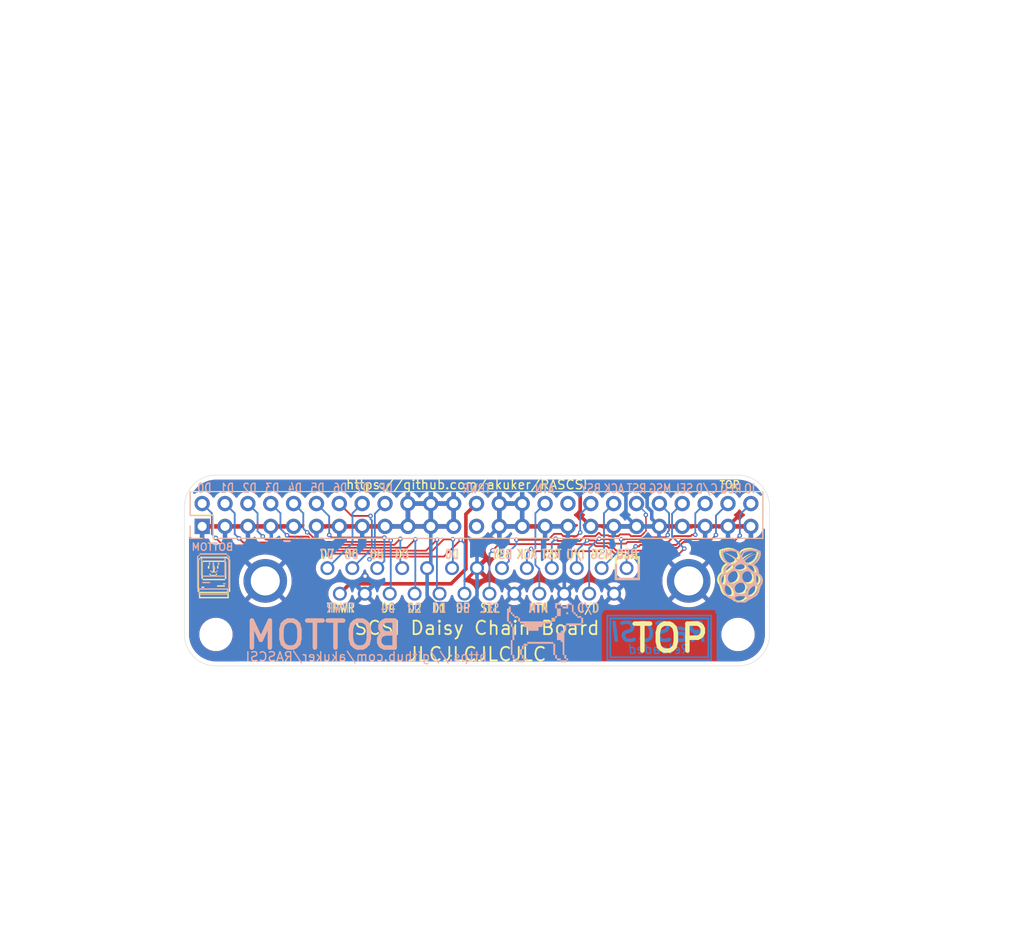
<source format=kicad_pcb>
(kicad_pcb (version 20211014) (generator pcbnew)
  (layers (0 "F.Cu" signal "Top") (31 "B.Cu" signal "Bottom") (34 "B.Paste" user) (35 "F.Paste" user) (36 "B.SilkS" user "B.Silkscreen") (37 "F.SilkS" user "F.Silkscreen") (38 "B.Mask" user) (39 "F.Mask" user) (44 "Edge.Cuts" user))
  (net 0 "")
  (net 1 "GND")
  (net 2 "C-REQ")
  (net 3 "C-MSG")
  (net 4 "C-BSY")
  (net 5 "C-SEL")
  (net 6 "C-RST")
  (net 7 "C-ACK")
  (net 8 "C-ATN")
  (net 9 "C-DP")
  (net 10 "C-D0")
  (net 11 "C-D1")
  (net 12 "C-D2")
  (net 13 "C-D3")
  (net 14 "C-D4")
  (net 15 "C-D5")
  (net 16 "C-D6")
  (net 17 "C-D7")
  (net 18 "C-I_O")
  (net 19 "C-C_D")
  (net 20 "TERMPOW")
  (footprint "Connector_PinHeader_2.54mm:PinHeader_2x25_P2.54mm_Vertical" (layer "F.Cu") (at 176.4665 82.9945 90)
    (fp_text reference "J7")
    (fp_text value "Conn_02x25_Odd_Even")
    (pad "1" thru_hole rect locked (at 0 0 90) (size 1.7 1.7) (drill 1) (layers *.Cu *.Mask) (net 1 "GND"))
    (pad "2" thru_hole oval locked (at 2.54 0 90) (size 1.7 1.7) (drill 1) (layers *.Cu *.Mask) (net 10 "C-D0"))
    (pad "3" thru_hole oval locked (at 0 2.54 90) (size 1.7 1.7) (drill 1) (layers *.Cu *.Mask) (net 1 "GND"))
    (pad "4" thru_hole oval locked (at 2.54 2.54 90) (size 1.7 1.7) (drill 1) (layers *.Cu *.Mask) (net 11 "C-D1"))
    (pad "5" thru_hole oval locked (at 0 5.08 90) (size 1.7 1.7) (drill 1) (layers *.Cu *.Mask) (net 1 "GND"))
    (pad "6" thru_hole oval locked (at 2.54 5.08 90) (size 1.7 1.7) (drill 1) (layers *.Cu *.Mask) (net 12 "C-D2"))
    (pad "7" thru_hole oval locked (at 0 7.62 90) (size 1.7 1.7) (drill 1) (layers *.Cu *.Mask) (net 1 "GND"))
    (pad "8" thru_hole oval locked (at 2.54 7.62 90) (size 1.7 1.7) (drill 1) (layers *.Cu *.Mask) (net 13 "C-D3"))
    (pad "9" thru_hole oval locked (at 0 10.16 90) (size 1.7 1.7) (drill 1) (layers *.Cu *.Mask) (net 1 "GND"))
    (pad "10" thru_hole oval locked (at 2.54 10.16 90) (size 1.7 1.7) (drill 1) (layers *.Cu *.Mask) (net 14 "C-D4"))
    (pad "11" thru_hole oval locked (at 0 12.7 90) (size 1.7 1.7) (drill 1) (layers *.Cu *.Mask) (net 1 "GND"))
    (pad "12" thru_hole oval locked (at 2.54 12.7 90) (size 1.7 1.7) (drill 1) (layers *.Cu *.Mask) (net 15 "C-D5"))
    (pad "13" thru_hole oval locked (at 0 15.24 90) (size 1.7 1.7) (drill 1) (layers *.Cu *.Mask) (net 1 "GND"))
    (pad "14" thru_hole oval locked (at 2.54 15.24 90) (size 1.7 1.7) (drill 1) (layers *.Cu *.Mask) (net 16 "C-D6"))
    (pad "15" thru_hole oval locked (at 0 17.78 90) (size 1.7 1.7) (drill 1) (layers *.Cu *.Mask) (net 1 "GND"))
    (pad "16" thru_hole oval locked (at 2.54 17.78 90) (size 1.7 1.7) (drill 1) (layers *.Cu *.Mask) (net 17 "C-D7"))
    (pad "17" thru_hole oval locked (at 0 20.32 90) (size 1.7 1.7) (drill 1) (layers *.Cu *.Mask) (net 1 "GND"))
    (pad "18" thru_hole oval locked (at 2.54 20.32 90) (size 1.7 1.7) (drill 1) (layers *.Cu *.Mask) (net 9 "C-DP"))
    (pad "19" thru_hole oval locked (at 0 22.86 90) (size 1.7 1.7) (drill 1) (layers *.Cu *.Mask) (net 1 "GND"))
    (pad "20" thru_hole oval locked (at 2.54 22.86 90) (size 1.7 1.7) (drill 1) (layers *.Cu *.Mask) (net 1 "GND"))
    (pad "21" thru_hole oval locked (at 0 25.4 90) (size 1.7 1.7) (drill 1) (layers *.Cu *.Mask) (net 1 "GND"))
    (pad "22" thru_hole oval locked (at 2.54 25.4 90) (size 1.7 1.7) (drill 1) (layers *.Cu *.Mask) (net 1 "GND"))
    (pad "23" thru_hole oval locked (at 0 27.94 90) (size 1.7 1.7) (drill 1) (layers *.Cu *.Mask) (net 1 "GND"))
    (pad "24" thru_hole oval locked (at 2.54 27.94 90) (size 1.7 1.7) (drill 1) (layers *.Cu *.Mask) (net 1 "GND"))
    (pad "25" thru_hole oval locked (at 0 30.48 90) (size 1.7 1.7) (drill 1) (layers *.Cu *.Mask))
    (pad "26" thru_hole oval locked (at 2.54 30.48 90) (size 1.7 1.7) (drill 1) (layers *.Cu *.Mask) (net 20 "TERMPOW"))
    (pad "27" thru_hole oval locked (at 0 33.02 90) (size 1.7 1.7) (drill 1) (layers *.Cu *.Mask) (net 1 "GND"))
    (pad "28" thru_hole oval locked (at 2.54 33.02 90) (size 1.7 1.7) (drill 1) (layers *.Cu *.Mask) (net 1 "GND"))
    (pad "29" thru_hole oval locked (at 0 35.56 90) (size 1.7 1.7) (drill 1) (layers *.Cu *.Mask) (net 1 "GND"))
    (pad "30" thru_hole oval locked (at 2.54 35.56 90) (size 1.7 1.7) (drill 1) (layers *.Cu *.Mask) (net 1 "GND"))
    (pad "31" thru_hole oval locked (at 0 38.1 90) (size 1.7 1.7) (drill 1) (layers *.Cu *.Mask) (net 1 "GND"))
    (pad "32" thru_hole oval locked (at 2.54 38.1 90) (size 1.7 1.7) (drill 1) (layers *.Cu *.Mask) (net 8 "C-ATN"))
    (pad "33" thru_hole oval locked (at 0 40.64 90) (size 1.7 1.7) (drill 1) (layers *.Cu *.Mask) (net 1 "GND"))
    (pad "34" thru_hole oval locked (at 2.54 40.64 90) (size 1.7 1.7) (drill 1) (layers *.Cu *.Mask))
    (pad "35" thru_hole oval locked (at 0 43.18 90) (size 1.7 1.7) (drill 1) (layers *.Cu *.Mask) (net 1 "GND"))
    (pad "36" thru_hole oval locked (at 2.54 43.18 90) (size 1.7 1.7) (drill 1) (layers *.Cu *.Mask) (net 4 "C-BSY"))
    (pad "37" thru_hole oval locked (at 0 45.72 90) (size 1.7 1.7) (drill 1) (layers *.Cu *.Mask) (net 1 "GND"))
    (pad "38" thru_hole oval locked (at 2.54 45.72 90) (size 1.7 1.7) (drill 1) (layers *.Cu *.Mask) (net 7 "C-ACK"))
    (pad "39" thru_hole oval locked (at 0 48.26 90) (size 1.7 1.7) (drill 1) (layers *.Cu *.Mask) (net 1 "GND"))
    (pad "40" thru_hole oval locked (at 2.54 48.26 90) (size 1.7 1.7) (drill 1) (layers *.Cu *.Mask) (net 6 "C-RST"))
    (pad "41" thru_hole oval locked (at 0 50.8 90) (size 1.7 1.7) (drill 1) (layers *.Cu *.Mask) (net 1 "GND"))
    (pad "42" thru_hole oval locked (at 2.54 50.8 90) (size 1.7 1.7) (drill 1) (layers *.Cu *.Mask) (net 3 "C-MSG"))
    (pad "43" thru_hole oval locked (at 0 53.34 90) (size 1.7 1.7) (drill 1) (layers *.Cu *.Mask) (net 1 "GND"))
    (pad "44" thru_hole oval locked (at 2.54 53.34 90) (size 1.7 1.7) (drill 1) (layers *.Cu *.Mask) (net 5 "C-SEL"))
    (pad "45" thru_hole oval locked (at 0 55.88 90) (size 1.7 1.7) (drill 1) (layers *.Cu *.Mask) (net 1 "GND"))
    (pad "46" thru_hole oval locked (at 2.54 55.88 90) (size 1.7 1.7) (drill 1) (layers *.Cu *.Mask) (net 19 "C-C_D"))
    (pad "47" thru_hole oval locked (at 0 58.42 90) (size 1.7 1.7) (drill 1) (layers *.Cu *.Mask) (net 1 "GND"))
    (pad "48" thru_hole oval locked (at 2.54 58.42 90) (size 1.7 1.7) (drill 1) (layers *.Cu *.Mask) (net 2 "C-REQ"))
    (pad "49" thru_hole oval locked (at 0 60.96 90) (size 1.7 1.7) (drill 1) (layers *.Cu *.Mask) (net 1 "GND"))
    (pad "50" thru_hole oval locked (at 2.54 60.96 90) (size 1.7 1.7) (drill 1) (layers *.Cu *.Mask) (net 18 "C-I_O"))
  )
  (footprint "MountingHole:MountingHole_2.7mm" (layer "F.Cu") (at 178 95)
    (fp_text reference "H5")
    (fp_text value "Hole4")
    (pad "" np_thru_hole circle (at 0 0) (size 2.7 2.7) (drill 2.7) (layers *.Cu *.Mask))
  )
  (footprint "MountingHole:MountingHole_2.7mm" (layer "F.Cu") (at 236 95)
    (fp_text reference "H6")
    (fp_text value "Hole6")
    (pad "" np_thru_hole circle (at 0 0) (size 2.7 2.7) (drill 2.7) (layers *.Cu *.Mask))
  )
  (footprint "SamacSys_Parts:mac_happy_small" (layer "F.Cu") (at 177.8 88.646)
    (fp_text reference "X1" hide)
    (fp_text value "Mac" hide)
  )
  (footprint "SamacSys_Parts:pi_logo" (layer "F.Cu") (at 236.093 88.392)
    (fp_text reference "X7" hide)
    (fp_text value "Pi" hide)
  )
  (footprint "SamacSys_Parts:dogcow" (layer "B.Cu") (at 214.55 94.81 180)
    (fp_text reference "X2" hide)
    (fp_text value "Dogcow" hide)
  )
  (footprint "SamacSys_Parts:pi_logo" (layer "B.Cu") (at 236.347 88.519 180)
    (fp_text reference "X4" hide)
    (fp_text value "Raspberry Pi" hide)
  )
  (footprint "SamacSys_Parts:mac_happy_small" (layer "B.Cu") (at 177.673 88.265 180)
    (fp_text reference "X3" hide)
    (fp_text value "Mac2" hide)
  )
  (footprint "SamacSys_Parts:L717SDB25PA4CH4F" (layer "B.Cu") (at 223.62 87.63 180)
    (fp_text reference "J8")
    (fp_text value "CONFLY DB25" hide)
    (pad "1" thru_hole circle (at 0 0 180) (size 1.545 1.545) (drill 1.03) (layers *.Cu *.Mask) (net 2 "C-REQ"))
    (pad "2" thru_hole circle (at 2.77 0 180) (size 1.545 1.545) (drill 1.03) (layers *.Cu *.Mask) (net 3 "C-MSG"))
    (pad "3" thru_hole circle (at 5.54 0 180) (size 1.545 1.545) (drill 1.03) (layers *.Cu *.Mask) (net 18 "C-I_O"))
    (pad "4" thru_hole circle (at 8.31 0 180) (size 1.545 1.545) (drill 1.03) (layers *.Cu *.Mask) (net 6 "C-RST"))
    (pad "5" thru_hole circle (at 11.08 0 180) (size 1.545 1.545) (drill 1.03) (layers *.Cu *.Mask) (net 7 "C-ACK"))
    (pad "6" thru_hole circle (at 13.85 0 180) (size 1.545 1.545) (drill 1.03) (layers *.Cu *.Mask) (net 4 "C-BSY"))
    (pad "7" thru_hole circle (at 16.62 0 180) (size 1.545 1.545) (drill 1.03) (layers *.Cu *.Mask) (net 1 "GND"))
    (pad "8" thru_hole circle (at 19.39 0 180) (size 1.545 1.545) (drill 1.03) (layers *.Cu *.Mask) (net 10 "C-D0"))
    (pad "9" thru_hole circle (at 22.16 0 180) (size 1.545 1.545) (drill 1.03) (layers *.Cu *.Mask) (net 1 "GND"))
    (pad "10" thru_hole circle (at 24.93 0 180) (size 1.545 1.545) (drill 1.03) (layers *.Cu *.Mask) (net 13 "C-D3"))
    (pad "11" thru_hole circle (at 27.7 0 180) (size 1.545 1.545) (drill 1.03) (layers *.Cu *.Mask) (net 15 "C-D5"))
    (pad "12" thru_hole circle (at 30.47 0 180) (size 1.545 1.545) (drill 1.03) (layers *.Cu *.Mask) (net 16 "C-D6"))
    (pad "13" thru_hole circle (at 33.24 0 180) (size 1.545 1.545) (drill 1.03) (layers *.Cu *.Mask) (net 17 "C-D7"))
    (pad "14" thru_hole circle (at 1.385 -2.84 180) (size 1.545 1.545) (drill 1.03) (layers *.Cu *.Mask) (net 1 "GND"))
    (pad "15" thru_hole circle (at 4.155 -2.84 180) (size 1.545 1.545) (drill 1.03) (layers *.Cu *.Mask) (net 19 "C-C_D"))
    (pad "16" thru_hole circle (at 6.925 -2.84 180) (size 1.545 1.545) (drill 1.03) (layers *.Cu *.Mask) (net 1 "GND"))
    (pad "17" thru_hole circle (at 9.695 -2.84 180) (size 1.545 1.545) (drill 1.03) (layers *.Cu *.Mask) (net 8 "C-ATN"))
    (pad "18" thru_hole circle (at 12.465 -2.84 180) (size 1.545 1.545) (drill 1.03) (layers *.Cu *.Mask) (net 1 "GND"))
    (pad "19" thru_hole circle (at 15.235 -2.84 180) (size 1.545 1.545) (drill 1.03) (layers *.Cu *.Mask) (net 5 "C-SEL"))
    (pad "20" thru_hole circle (at 18.005 -2.84 180) (size 1.545 1.545) (drill 1.03) (layers *.Cu *.Mask) (net 9 "C-DP"))
    (pad "21" thru_hole circle (at 20.775 -2.84 180) (size 1.545 1.545) (drill 1.03) (layers *.Cu *.Mask) (net 11 "C-D1"))
    (pad "22" thru_hole circle (at 23.545 -2.84 180) (size 1.545 1.545) (drill 1.03) (layers *.Cu *.Mask) (net 12 "C-D2"))
    (pad "23" thru_hole circle (at 26.315 -2.84 180) (size 1.545 1.545) (drill 1.03) (layers *.Cu *.Mask) (net 14 "C-D4"))
    (pad "24" thru_hole circle (at 29.085 -2.84 180) (size 1.545 1.545) (drill 1.03) (layers *.Cu *.Mask) (net 1 "GND"))
    (pad "25" thru_hole circle (at 31.855 -2.84 180) (size 1.545 1.545) (drill 1.03) (layers *.Cu *.Mask) (net 20 "TERMPOW"))
    (pad "MH1" thru_hole circle (at -6.9 -1.42 180) (size 4.845 4.845) (drill 3.23) (layers *.Cu *.Mask) (net 1 "GND"))
    (pad "MH2" thru_hole circle (at 40.14 -1.42 180) (size 4.845 4.845) (drill 3.23) (layers *.Cu *.Mask) (net 1 "GND"))
  )
  (gr_rect (start 181 92.9) (end 192.52 97.86) (layer "F.Cu") (width 0.2) (fill none))
  (gr_rect (start 181.305 93.21) (end 192.195 97.53) (layer "F.Cu") (width 0.2) (fill none))
  (gr_rect (start 221.805 97.53) (end 232.695 93.21) (layer "B.Cu") (width 0.2) (fill none))
  (gr_rect (start 221.48 97.86) (end 233 92.9) (layer "B.Cu") (width 0.2) (fill none))
  (gr_line (start 238.76 84.328) (end 177.673 84.328) (layer "B.SilkS") (width 0.12))
  (gr_line (start 222.377 87.1855) (end 222.377 88.9) (layer "B.SilkS") (width 0.12))
  (gr_line (start 222.377 88.9) (end 225.044 88.9) (layer "B.SilkS") (width 0.12))
  (gr_line (start 222.504 87.1855) (end 222.504 88.773) (layer "B.SilkS") (width 0.12))
  (gr_line (start 222.504 88.773) (end 224.917 88.773) (layer "B.SilkS") (width 0.12))
  (gr_line (start 222.377 88.9) (end 225.044 88.9) (layer "B.SilkS") (width 0.12))
  (gr_line (start 225.044 88.9) (end 225.044 87.1855) (layer "B.SilkS") (width 0.12))
  (gr_line (start 222.504 88.773) (end 224.917 88.773) (layer "B.SilkS") (width 0.12))
  (gr_line (start 224.917 88.773) (end 224.917 87.1855) (layer "B.SilkS") (width 0.12))
  (gr_line (start 177.673 81.788) (end 175.133 81.788) (layer "B.SilkS") (width 0.12))
  (gr_line (start 238.76 79.121) (end 238.76 84.328) (layer "B.SilkS") (width 0.12))
  (gr_line (start 175.133 81.788) (end 175.133 79.121) (layer "B.SilkS") (width 0.12))
  (gr_line (start 177.673 84.328) (end 177.673 81.788) (layer "B.SilkS") (width 0.12))
  (gr_line (start 175.133 84.328) (end 176.53 84.328) (layer "B.SilkS") (width 0.12))
  (gr_line (start 175.133 82.931) (end 175.133 84.328) (layer "B.SilkS") (width 0.12))
  (gr_line (start 222.377 88.9) (end 222.377 86.36) (layer "F.SilkS") (width 0.12))
  (gr_line (start 225.044 86.36) (end 225.044 88.9) (layer "F.SilkS") (width 0.12))
  (gr_line (start 222.377 86.36) (end 225.044 86.36) (layer "F.SilkS") (width 0.12))
  (gr_line (start 224.917 86.487) (end 224.917 88.773) (layer "F.SilkS") (width 0.12))
  (gr_line (start 222.504 86.487) (end 224.917 86.487) (layer "F.SilkS") (width 0.12))
  (gr_line (start 222.504 88.773) (end 222.504 86.487) (layer "F.SilkS") (width 0.12))
  (gr_line (start 224.917 88.773) (end 222.504 88.773) (layer "F.SilkS") (width 0.12))
  (gr_line (start 225.044 88.9) (end 222.377 88.9) (layer "F.SilkS") (width 0.12))
  (gr_line (start 178 98.496) (end 236 98.496) (layer "Edge.Cuts") (width 0.05))
  (gr_arc (start 236 77.298) (mid 238.474874 78.323126) (end 239.5 80.798) (layer "Edge.Cuts") (width 0.05))
  (gr_line (start 178 77.298) (end 236 77.298) (layer "Edge.Cuts") (width 0.05))
  (gr_arc (start 174.5 80.798) (mid 175.525126 78.323126) (end 178 77.298) (layer "Edge.Cuts") (width 0.05))
  (gr_arc (start 178 98.496) (mid 175.525126 97.470874) (end 174.5 94.996) (layer "Edge.Cuts") (width 0.05))
  (gr_arc (start 239.5 94.996) (mid 238.474874 97.470874) (end 236 98.496) (layer "Edge.Cuts") (width 0.05))
  (gr_line (start 174.5 80.798) (end 174.5 94.996) (layer "Edge.Cuts") (width 0.05))
  (gr_line (start 239.5 80.798) (end 239.5 94.996) (layer "Edge.Cuts") (width 0.05))
  (gr_text "Reloaded" (at 186.727 96.648) (layer "F.Cu") (effects (font (size 1 1) (thickness 0.15) italic)))
  (gr_text "RaSCSI" (at 186.727 94.743) (layer "F.Cu") (effects (font (size 2 2) (thickness 0.4) italic)))
  (gr_text "Reloaded" (at 227.273 96.648) (layer "B.Cu") (effects (font (size 1 1) (thickness 0.15) italic) (justify mirror)))
  (gr_text "RaSCSI" (at 227.273 94.743) (layer "B.Cu") (effects (font (size 2 2) (thickness 0.4) italic) (justify mirror)))
  (gr_text "https://github.com/akuker/RASCSI" (at 194.71 97.46) (layer "B.SilkS") (effects (font (size 1 1)) (justify mirror)))
  (gr_text "BOTTOM" (at 177.6095 85.2805) (layer "B.SilkS") (effects (font (size 0.8 0.8)) (justify mirror)))
  (gr_text "BSY" (at 209.804 86.106) (layer "B.SilkS") (effects (font (size 1 0.8)) (justify mirror)))
  (gr_text "MSG" (at 220.853 86.106) (layer "B.SilkS") (effects (font (size 1 0.8)) (justify mirror)))
  (gr_text "ACK" (at 212.5345 86.106) (layer "B.SilkS") (effects (font (size 1 0.8)) (justify mirror)))
  (gr_text "ATN" (at 213.8045 92.075) (layer "B.SilkS") (effects (font (size 1 0.8)) (justify mirror)))
  (gr_text "I/O" (at 217.932 86.106) (layer "B.SilkS") (effects (font (size 1 0.8)) (justify mirror)))
  (gr_text "REQ" (at 223.647 86.106) (layer "B.SilkS") (effects (font (size 1 0.8)) (justify mirror)))
  (gr_text "C/D" (at 219.329 92.075) (layer "B.SilkS") (effects (font (size 1 0.8)) (justify mirror)))
  (gr_text "D0" (at 204.216 86.106) (layer "B.SilkS") (effects (font (size 1 0.8)) (justify mirror)))
  (gr_text "D2" (at 200.025 92.075) (layer "B.SilkS") (effects (font (size 1 0.8)) (justify mirror)))
  (gr_text "TPWR" (at 191.8335 92.075) (layer "B.SilkS") (effects (font (size 1 0.8)) (justify mirror)))
  (gr_text "D7" (at 190.3095 86.106) (layer "B.SilkS") (effects (font (size 1 0.8)) (justify mirror)))
  (gr_text "D5" (at 195.834 86.106) (layer "B.SilkS") (effects (font (size 1 0.8)) (justify mirror)))
  (gr_text "D1" (at 202.7555 92.075) (layer "B.SilkS") (effects (font (size 1 0.8)) (justify mirror)))
  (gr_text "D6" (at 193.04 86.106) (layer "B.SilkS") (effects (font (size 1 0.8)) (justify mirror)))
  (gr_text "SEL" (at 208.407 92.075) (layer "B.SilkS") (effects (font (size 1 0.8)) (justify mirror)))
  (gr_text "D4" (at 197.104 92.075) (layer "B.SilkS") (effects (font (size 1 0.8)) (justify mirror)))
  (gr_text "DP" (at 205.4225 92.075) (layer "B.SilkS") (effects (font (size 1 0.8)) (justify mirror)))
  (gr_text "RST" (at 215.265 86.106) (layer "B.SilkS") (effects (font (size 1 0.8)) (justify mirror)))
  (gr_text "D3" (at 198.628 86.106) (layer "B.SilkS") (effects (font (size 1 0.8)) (justify mirror)))
  (gr_text "DP" (at 196.85 78.74) (layer "B.SilkS") (effects (font (size 1 0.8)) (justify mirror)))
  (gr_text "C/D" (at 232.522448 78.8035) (layer "B.SilkS") (effects (font (size 1 0.8)) (justify mirror)))
  (gr_text "ATN" (at 214.503 78.8035) (layer "B.SilkS") (effects (font (size 1 0.8)) (justify mirror)))
  (gr_text "ACK" (at 222.206452 78.8035) (layer "B.SilkS") (effects (font (size 1 0.8)) (justify mirror)))
  (gr_text "D4" (at 186.775724 78.74) (layer "B.SilkS") (effects (font (size 1 0.8)) (justify mirror)))
  (gr_text "D7" (at 194.317142 78.74) (layer "B.SilkS") (effects (font (size 1 0.8)) (justify mirror)))
  (gr_text "D3" (at 184.261918 78.74) (layer "B.SilkS") (effects (font (size 1 0.8)) (justify mirror)))
  (gr_text "TPWR" (at 206.9465 78.8035) (layer "B.SilkS") (effects (font (size 1 0.8)) (justify mirror)))
  (gr_text "MSG" (at 227.345403 78.8035) (layer "B.SilkS") (effects (font (size 1 0.8)) (justify mirror)))
  (gr_text "D1" (at 179.234306 78.74) (layer "B.SilkS") (effects (font (size 1 0.8)) (justify mirror)))
  (gr_text "RST" (at 224.728308 78.8035) (layer "B.SilkS") (effects (font (size 1 0.8)) (justify mirror)))
  (gr_text "IO" (at 237.2995 78.8035) (layer "B.SilkS") (effects (font (size 1 0.8)) (justify mirror)))
  (gr_text "REQ" (at 235.215733 78.8035) (layer "B.SilkS") (effects (font (size 1 0.8)) (justify mirror)))
  (gr_text "SEL" (at 229.943449 78.8035) (layer "B.SilkS") (effects (font (size 1 0.8)) (justify mirror)))
  (gr_text "BSY" (at 219.6465 78.8035) (layer "B.SilkS") (effects (font (size 1 0.8)) (justify mirror)))
  (gr_text "D6" (at 191.803336 78.74) (layer "B.SilkS") (effects (font (size 1 0.8)) (justify mirror)))
  (gr_text "D5" (at 189.28953 78.74) (layer "B.SilkS") (effects (font (size 1 0.8)) (justify mirror)))
  (gr_text "D2" (at 181.748112 78.74) (layer "B.SilkS") (effects (font (size 1 0.8)) (justify mirror)))
  (gr_text "D0" (at 176.7205 78.74) (layer "B.SilkS") (effects (font (size 1 0.8)) (justify mirror)))
  (gr_text "BOTTOM" (at 189.92 95.09) (layer "B.SilkS") (effects (font (size 3 3) (thickness 0.5)) (justify mirror)))
  (gr_text "https://github.com/akuker/RASCSI" (at 205.867 78.359) (layer "F.SilkS") (effects (font (size 1 1))))
  (gr_text "TOP" (at 235.077 78.359) (layer "F.SilkS") (effects (font (size 0.8 0.8))))
  (gr_text "ACK" (at 212.5745 86.09) (layer "F.SilkS") (effects (font (size 1 0.8))))
  (gr_text "DP" (at 205.4625 92.059) (layer "F.SilkS") (effects (font (size 1 0.8))))
  (gr_text "D2" (at 200.065 92.059) (layer "F.SilkS") (effects (font (size 1 0.8))))
  (gr_text "D6" (at 193.08 86.09) (layer "F.SilkS") (effects (font (size 1 0.8))))
  (gr_text "MSG" (at 220.893 86.09) (layer "F.SilkS") (effects (font (size 1 0.8))))
  (gr_text "REQ" (at 223.687 86.09) (layer "F.SilkS") (effects (font (size 1 0.8))))
  (gr_text "D1" (at 202.7955 92.059) (layer "F.SilkS") (effects (font (size 1 0.8))))
  (gr_text "SCSI Daisy Chain Board" (at 207 94.28) (layer "F.SilkS") (effects (font (size 1.5 1.5) (thickness 0.2))))
  (gr_text "RST" (at 215.305 86.09) (layer "F.SilkS") (effects (font (size 1 0.8))))
  (gr_text "D7" (at 190.3495 86.09) (layer "F.SilkS") (effects (font (size 1 0.8))))
  (gr_text "D5" (at 195.874 86.09) (layer "F.SilkS") (effects (font (size 1 0.8))))
  (gr_text "I/O" (at 217.972 86.09) (layer "F.SilkS") (effects (font (size 1 0.8))))
  (gr_text "D4" (at 197.144 92.059) (layer "F.SilkS") (effects (font (size 1 0.8))))
  (gr_text "TPWR" (at 191.8735 92.059) (layer "F.SilkS") (effects (font (size 1 0.8))))
  (gr_text "JLCJLCJLCJLC" (at 207 97.19) (layer "F.SilkS") (effects (font (size 1.5 1.5) (thickness 0.2))))
  (gr_text "BSY" (at 209.844 86.09) (layer "F.SilkS") (effects (font (size 1 0.8))))
  (gr_text "C/D" (at 219.369 92.059) (layer "F.SilkS") (effects (font (size 1 0.8))))
  (gr_text "D3" (at 198.668 86.09) (layer "F.SilkS") (effects (font (size 1 0.8))))
  (gr_text "SEL" (at 208.447 92.059) (layer "F.SilkS") (effects (font (size 1 0.8))))
  (gr_text "D0" (at 204.256 86.09) (layer "F.SilkS") (effects (font (size 1 0.8))))
  (gr_text "ATN" (at 213.8445 92.059) (layer "F.SilkS") (effects (font (size 1 0.8))))
  (gr_text "TOP" (at 228.45 95.43) (layer "F.SilkS") (effects (font (size 3 3) (thickness 0.5))))
  (segment (start 219.6465 82.9945) (end 218.469499 81.817499) (width 0.4) (layer "F.Cu") (net 1))
  (segment (start 218.469499 79.340999) (end 217.932 78.8035) (width 0.4) (layer "F.Cu") (net 1))
  (segment (start 218.469499 81.817499) (end 218.469499 79.340999) (width 0.4) (layer "F.Cu") (net 1))
  (segment (start 234.8865 82.9945) (end 236.063501 81.817499) (width 0.4) (layer "F.Cu") (net 1))
  (via (at 194.564 88.519) (size 0.8) (drill 0.4) (layers "F.Cu" "B.Cu") (net 1))
  (segment (start 207.0016 90.712262) (end 207.0016 87.63) (width 0.4) (layer "B.Cu") (net 1))
  (segment (start 201.8665 87.2251) (end 201.4616 87.63) (width 0.4) (layer "B.Cu") (net 1))
  (segment (start 224.453962 78.44) (end 223.54 78.44) (width 0.4) (layer "B.Cu") (net 1))
  (segment (start 227.2665 82.9945) (end 226.416501 82.144501) (width 0.4) (layer "B.Cu") (net 1))
  (segment (start 207.0016 85.4794) (end 207.0016 87.63) (width 0.4) (layer "B.Cu") (net 1))
  (segment (start 226.416501 82.144501) (end 226.416501 81.346463) (width 0.4) (layer "B.Cu") (net 1))
  (segment (start 225.903501 80.833463) (end 225.903501 79.889539) (width 0.4) (layer "B.Cu") (net 1))
  (segment (start 223.549499 78.449499) (end 223.54 78.44) (width 0.4) (layer "B.Cu") (net 1))
  (segment (start 217.015538 78.8035) (end 217.932 78.8035) (width 0.4) (layer "B.Cu") (net 1))
  (segment (start 202.318839 91.569501) (end 206.144361 91.569501) (width 0.4) (layer "B.Cu") (net 1))
  (segment (start 223.549499 81.817499) (end 223.549499 78.449499) (width 0.4) (layer "B.Cu") (net 1))
  (segment (start 217.1065 84.196581) (end 216.6966 84.606481) (width 0.4) (layer "B.Cu") (net 1))
  (segment (start 225.903501 79.889539) (end 224.453962 78.44) (width 0.4) (layer "B.Cu") (net 1))
  (segment (start 223.54 78.44) (end 220.95 78.44) (width 0.4) (layer "B.Cu") (net 1))
  (segment (start 216.6966 84.606481) (end 216.6966 90.47) (width 0.4) (layer "B.Cu") (net 1))
  (segment (start 206.144361 91.569501) (end 207.0016 90.712262) (width 0.4) (layer "B.Cu") (net 1))
  (segment (start 201.4616 90.712262) (end 202.318839 91.569501) (width 0.4) (layer "B.Cu") (net 1))
  (segment (start 201.8665 82.9945) (end 201.8665 87.2251) (width 0.4) (layer "B.Cu") (net 1))
  (segment (start 201.4616 87.63) (end 201.4616 90.712262) (width 0.4) (layer "B.Cu") (net 1))
  (segment (start 226.416501 81.346463) (end 225.903501 80.833463) (width 0.4) (layer "B.Cu") (net 1))
  (segment (start 209.4865 82.9945) (end 207.0016 85.4794) (width 0.4) (layer "B.Cu") (net 1))
  (segment (start 224.7265 82.9945) (end 223.549499 81.817499) (width 0.4) (layer "B.Cu") (net 1))
  (segment (start 217.1065 82.9945) (end 217.1065 84.196581) (width 0.4) (layer "B.Cu") (net 1))
  (segment (start 229.135004 85.052534) (end 225.13504 85.052534) (width 0.2) (layer "F.Cu") (net 2))
  (segment (start 233.101488 84.398512) (end 229.789026 84.398512) (width 0.2) (layer "F.Cu") (net 2))
  (segment (start 229.789026 84.398512) (end 229.135004 85.052534) (width 0.2) (layer "F.Cu") (net 2))
  (segment (start 233.55 83.95) (end 233.101488 84.398512) (width 0.2) (layer "F.Cu") (net 2))
  (segment (start 224.972861 85.214713) (end 224.619308 85.214713) (width 0.2) (layer "F.Cu") (net 2))
  (segment (start 225.13504 85.052534) (end 224.972861 85.214713) (width 0.2) (layer "F.Cu") (net 2))
  (via (at 224.619308 85.214713) (size 0.5) (drill 0.25) (layers "F.Cu" "B.Cu") (net 2))
  (via (at 233.55 83.95) (size 0.5) (drill 0.25) (layers "F.Cu" "B.Cu") (net 2))
  (segment (start 233.55 81.791) (end 234.8865 80.4545) (width 0.2) (layer "B.Cu") (net 2))
  (segment (start 223.6216 86.212421) (end 224.619308 85.214713) (width 0.2) (layer "B.Cu") (net 2))
  (segment (start 233.55 83.95) (end 233.55 81.791) (width 0.2) (layer "B.Cu") (net 2))
  (segment (start 223.6216 87.63) (end 223.6216 86.212421) (width 0.2) (layer "B.Cu") (net 2))
  (segment (start 225.378913 84.398512) (end 223.40315 84.398512) (width 0.2) (layer "F.Cu") (net 3))
  (segment (start 225.568458 84.208967) (end 225.378913 84.398512) (width 0.2) (layer "F.Cu") (net 3))
  (segment (start 228.193502 83.95) (end 227.934535 84.208967) (width 0.2) (layer "F.Cu") (net 3))
  (segment (start 223.371503 84.430159) (end 223.01795 84.430159) (width 0.2) (layer "F.Cu") (net 3))
  (segment (start 223.40315 84.398512) (end 223.371503 84.430159) (width 0.2) (layer "F.Cu") (net 3))
  (segment (start 227.934535 84.208967) (end 225.568458 84.208967) (width 0.2) (layer "F.Cu") (net 3))
  (via (at 223.01795 84.430159) (size 0.5) (drill 0.25) (layers "F.Cu" "B.Cu") (net 3))
  (via (at 228.193502 83.95) (size 0.5) (drill 0.25) (layers "F.Cu" "B.Cu") (net 3))
  (segment (start 220.8516 87.63) (end 223.01795 85.46365) (width 0.2) (layer "B.Cu") (net 3))
  (segment (start 223.01795 85.46365) (end 223.01795 84.430159) (width 0.2) (layer "B.Cu") (net 3))
  (segment (start 228.193502 83.596447) (end 228.193502 83.95) (width 0.2) (layer "B.Cu") (net 3))
  (segment (start 228.343501 81.531501) (end 228.343501 83.446448) (width 0.2) (layer "B.Cu") (net 3))
  (segment (start 227.2665 80.4545) (end 228.343501 81.531501) (width 0.2) (layer "B.Cu") (net 3))
  (segment (start 228.343501 83.446448) (end 228.193502 83.596447) (width 0.2) (layer "B.Cu") (net 3))
  (segment (start 218.071489 84.071501) (end 216.589539 84.071501) (width 0.2) (layer "F.Cu") (net 4))
  (segment (start 216.589539 84.071501) (end 216.341027 83.822989) (width 0.2) (layer "F.Cu") (net 4))
  (segment (start 215.571049 83.822989) (end 214.909206 84.484832) (width 0.2) (layer "F.Cu") (net 4))
  (segment (start 214.909206 84.484832) (end 211.38701 84.484832) (width 0.2) (layer "F.Cu") (net 4))
  (segment (start 218.47 83.67299) (end 218.071489 84.071501) (width 0.2) (layer "F.Cu") (net 4))
  (segment (start 216.341027 83.822989) (end 215.571049 83.822989) (width 0.2) (layer "F.Cu") (net 4))
  (via (at 218.47 83.67299) (size 0.5) (drill 0.25) (layers "F.Cu" "B.Cu") (net 4))
  (via (at 211.38701 84.484832) (size 0.5) (drill 0.25) (layers "F.Cu" "B.Cu") (net 4))
  (segment (start 211.38701 84.991212) (end 211.38701 84.484832) (width 0.2) (layer "B.Cu") (net 4))
  (segment (start 218.47 81.631) (end 218.47 83.67299) (width 0.2) (layer "B.Cu") (net 4))
  (segment (start 209.7716 87.63) (end 210.544099 86.857501) (width 0.2) (layer "B.Cu") (net 4))
  (segment (start 210.544099 86.857501) (end 210.544099 85.834123) (width 0.2) (layer "B.Cu") (net 4))
  (segment (start 210.544099 85.834123) (end 211.38701 84.991212) (width 0.2) (layer "B.Cu") (net 4))
  (segment (start 219.6465 80.4545) (end 218.47 81.631) (width 0.2) (layer "B.Cu") (net 4))
  (segment (start 219.980245 84.962989) (end 220.015069 84.997814) (width 0.2) (layer "F.Cu") (net 5))
  (segment (start 209.437011 84.962989) (end 218.944761 84.962989) (width 0.2) (layer "F.Cu") (net 5))
  (segment (start 218.944761 84.962989) (end 219.007285 85.025513) (width 0.2) (layer "F.Cu") (net 5))
  (segment (start 219.007285 85.025513) (end 219.465209 85.025513) (width 0.2) (layer "F.Cu") (net 5))
  (segment (start 222.276984 86.021022) (end 229.473573 86.021022) (width 0.2) (layer "F.Cu") (net 5))
  (segment (start 219.465209 85.025513) (end 219.527733 84.962989) (width 0.2) (layer "F.Cu") (net 5))
  (segment (start 219.527733 84.962989) (end 219.980245 84.962989) (width 0.2) (layer "F.Cu") (net 5))
  (segment (start 220.206628 85.189373) (end 221.445335 85.189373) (width 0.2) (layer "F.Cu") (net 5))
  (segment (start 208.73 85.67) (end 209.437011 84.962989) (width 0.2) (layer "F.Cu") (net 5))
  (segment (start 229.473573 86.021022) (end 230.028947 85.465648) (width 0.2) (layer "F.Cu") (net 5))
  (segment (start 221.445335 85.189373) (end 222.276984 86.021022) (width 0.2) (layer "F.Cu") (net 5))
  (segment (start 220.015069 84.997814) (end 220.206628 85.189373) (width 0.2) (layer "F.Cu") (net 5))
  (via (at 230.028947 85.465648) (size 0.5) (drill 0.25) (layers "F.Cu" "B.Cu") (net 5))
  (via (at 208.73 85.67) (size 0.5) (drill 0.25) (layers "F.Cu" "B.Cu") (net 5))
  (segment (start 228.670512 84.107213) (end 230.028947 85.465648) (width 0.2) (layer "B.Cu") (net 5))
  (segment (start 208.73 85.67) (end 208.3866 86.0134) (width 0.2) (layer "B.Cu") (net 5))
  (segment (start 208.3866 86.0134) (end 208.3866 90.47) (width 0.2) (layer "B.Cu") (net 5))
  (segment (start 229.8065 80.4545) (end 228.670512 81.590488) (width 0.2) (layer "B.Cu") (net 5))
  (segment (start 228.670512 81.590488) (end 228.670512 84.107213) (width 0.2) (layer "B.Cu") (net 5))
  (segment (start 220.498628 83.736334) (end 220.582489 83.736334) (width 0.2) (layer "F.Cu") (net 6))
  (segment (start 222.703461 84.071501) (end 222.897065 83.877897) (width 0.2) (layer "F.Cu") (net 6))
  (segment (start 218.978514 84.071501) (end 220.163461 84.071501) (width 0.2) (layer "F.Cu") (net 6))
  (segment (start 221.669539 84.071501) (end 222.703461 84.071501) (width 0.2) (layer "F.Cu") (net 6))
  (segment (start 225.206903 84.071501) (end 225.546447 83.731957) (width 0.2) (layer "F.Cu") (net 6))
  (segment (start 225.546447 83.731957) (end 225.778501 83.499903) (width 0.15) (layer "F.Cu") (net 6))
  (segment (start 221.584509 83.986471) (end 221.669539 84.071501) (width 0.2) (layer "F.Cu") (net 6))
  (segment (start 225.778501 82.092054) (end 225.76 82.073553) (width 0.15) (layer "F.Cu") (net 6))
  (segment (start 223.91365 83.877897) (end 224.107254 84.071501) (width 0.2) (layer "F.Cu") (net 6))
  (segment (start 225.778501 83.499903) (end 225.778501 82.092054) (width 0.15) (layer "F.Cu") (net 6))
  (segment (start 220.163461 84.071501) (end 220.498628 83.736334) (width 0.2) (layer "F.Cu") (net 6))
  (segment (start 220.832626 83.986471) (end 221.584509 83.986471) (width 0.2) (layer "F.Cu") (net 6))
  (segment (start 220.582489 83.736334) (end 220.832626 83.986471) (width 0.2) (layer "F.Cu") (net 6))
  (segment (start 218.440016 84.609999) (end 218.978514 84.071501) (width 0.2) (layer "F.Cu") (net 6))
  (segment (start 225.76 82.073553) (end 225.76 81.72) (width 0.15) (layer "F.Cu") (net 6))
  (segment (start 215.74 84.36) (end 215.989999 84.609999) (width 0.2) (layer "F.Cu") (net 6))
  (segment (start 222.897065 83.877897) (end 223.91365 83.877897) (width 0.2) (layer "F.Cu") (net 6))
  (segment (start 224.107254 84.071501) (end 225.206903 84.071501) (width 0.2) (layer "F.Cu") (net 6))
  (segment (start 215.989999 84.609999) (end 218.440016 84.609999) (width 0.2) (layer "F.Cu") (net 6))
  (via (at 215.74 84.36) (size 0.5) (drill 0.25) (layers "F.Cu" "B.Cu") (net 6))
  (via (at 225.76 81.72) (size 0.5) (drill 0.25) (layers "F.Cu" "B.Cu") (net 6))
  (segment (start 225.76 81.488) (end 225.76 81.72) (width 0.15) (layer "B.Cu") (net 6))
  (segment (start 215.3116 84.7884) (end 215.74 84.36) (width 0.2) (layer "B.Cu") (net 6))
  (segment (start 215.3116 87.63) (end 215.3116 84.7884) (width 0.2) (layer "B.Cu") (net 6))
  (segment (start 224.7265 80.4545) (end 225.76 81.488) (width 0.15) (layer "B.Cu") (net 6))
  (segment (start 213.273425 85.75) (end 213.012489 85.489064) (width 0.2) (layer "F.Cu") (net 7))
  (segment (start 220.93 85.75) (end 213.273425 85.75) (width 0.2) (layer "F.Cu") (net 7))
  (via (at 213.012489 85.489064) (size 0.5) (drill 0.25) (layers "F.Cu" "B.Cu") (net 7))
  (via (at 220.93 85.75) (size 0.5) (drill 0.25) (layers "F.Cu" "B.Cu") (net 7))
  (segment (start 221.109499 85.570501) (end 220.93 85.75) (width 0.2) (layer "B.Cu") (net 7))
  (segment (start 212.5416 85.959953) (end 213.012489 85.489064) (width 0.2) (layer "B.Cu") (net 7))
  (segment (start 222.1865 80.4545) (end 221.109499 81.531501) (width 0.2) (layer "B.Cu") (net 7))
  (segment (start 212.5416 87.63) (end 212.5416 85.959953) (width 0.2) (layer "B.Cu") (net 7))
  (segment (start 221.109499 81.531501) (end 221.109499 85.570501) (width 0.2) (layer "B.Cu") (net 7))
  (segment (start 214.5665 80.4545) (end 213.489499 81.531501) (width 0.2) (layer "B.Cu") (net 8))
  (segment (start 213.9266 87.724262) (end 213.9266 90.47) (width 0.2) (layer "B.Cu") (net 8))
  (segment (start 213.489499 87.287161) (end 213.9266 87.724262) (width 0.2) (layer "B.Cu") (net 8))
  (segment (start 213.489499 81.531501) (end 213.489499 87.287161) (width 0.2) (layer "B.Cu") (net 8))
  (segment (start 204.94249 84.735264) (end 205.192489 84.485265) (width 0.2) (layer "F.Cu") (net 9))
  (segment (start 203.330745 86.347009) (end 204.94249 84.735264) (width 0.2) (layer "F.Cu") (net 9))
  (segment (start 195.362991 86.347009) (end 203.330745 86.347009) (width 0.2) (layer "F.Cu") (net 9))
  (segment (start 195.06 86.65) (end 195.362991 86.347009) (width 0.2) (layer "F.Cu") (net 9))
  (via (at 195.06 86.65) (size 0.5) (drill 0.25) (layers "F.Cu" "B.Cu") (net 9))
  (via (at 205.192489 84.485265) (size 0.5) (drill 0.25) (layers "F.Cu" "B.Cu") (net 9))
  (segment (start 195.650512 86.059488) (end 195.650512 81.590488) (width 0.2) (layer "B.Cu") (net 9))
  (segment (start 205.6166 84.909376) (end 205.442488 84.735264) (width 0.2) (layer "B.Cu") (net 9))
  (segment (start 205.442488 84.735264) (end 205.192489 84.485265) (width 0.2) (layer "B.Cu") (net 9))
  (segment (start 195.06 86.65) (end 195.650512 86.059488) (width 0.2) (layer "B.Cu") (net 9))
  (segment (start 195.650512 81.590488) (end 196.7865 80.4545) (width 0.2) (layer "B.Cu") (net 9))
  (segment (start 205.6166 90.47) (end 205.6166 84.909376) (width 0.2) (layer "B.Cu") (net 9))
  (segment (start 188.748188 86.019999) (end 201.715963 86.019999) (width 0.2) (layer "F.Cu") (net 10))
  (segment (start 203.305962 84.43) (end 204.32 84.43) (width 0.2) (layer "F.Cu") (net 10))
  (segment (start 187.838188 85.11) (end 188.748188 86.019999) (width 0.2) (layer "F.Cu") (net 10))
  (segment (start 178.81 85.11) (end 187.838188 85.11) (width 0.2) (layer "F.Cu") (net 10))
  (segment (start 201.715963 86.019999) (end 203.305962 84.43) (width 0.2) (layer "F.Cu") (net 10))
  (segment (start 177.98 84.28) (end 178.81 85.11) (width 0.2) (layer "F.Cu") (net 10))
  (via (at 204.32 84.43) (size 0.5) (drill 0.25) (layers "F.Cu" "B.Cu") (net 10))
  (via (at 177.98 84.28) (size 0.5) (drill 0.25) (layers "F.Cu" "B.Cu") (net 10))
  (segment (start 204.32 84.43) (end 204.32 87.5416) (width 0.2) (layer "B.Cu") (net 10))
  (segment (start 176.4665 80.4545) (end 177.543501 81.531501) (width 0.2) (layer "B.Cu") (net 10))
  (segment (start 177.543501 81.531501) (end 177.543501 83.843501) (width 0.2) (layer "B.Cu") (net 10))
  (segment (start 177.543501 83.843501) (end 177.98 84.28) (width 0.2) (layer "B.Cu") (net 10))
  (segment (start 204.32 87.5416) (end 204.2316 87.63) (width 0.2) (layer "B.Cu") (net 10))
  (segment (start 181.022989 84.782989) (end 187.97364 84.782989) (width 0.2) (layer "F.Cu") (net 11))
  (segment (start 180.57 84.33) (end 181.022989 84.782989) (width 0.2) (layer "F.Cu") (net 11))
  (segment (start 201.337011 85.692989) (end 202.55 84.48) (width 0.2) (layer "F.Cu") (net 11))
  (segment (start 188.883639 85.692989) (end 201.337011 85.692989) (width 0.2) (layer "F.Cu") (net 11))
  (segment (start 187.97364 84.782989) (end 188.883639 85.692989) (width 0.2) (layer "F.Cu") (net 11))
  (via (at 202.55 84.48) (size 0.5) (drill 0.25) (layers "F.Cu" "B.Cu") (net 11))
  (via (at 180.57 84.33) (size 0.5) (drill 0.25) (layers "F.Cu" "B.Cu") (net 11))
  (segment (start 180.083501 83.843501) (end 180.57 84.33) (width 0.2) (layer "B.Cu") (net 11))
  (segment (start 202.55 84.48) (end 202.55 90.1734) (width 0.2) (layer "B.Cu") (net 11))
  (segment (start 179.0065 80.4545) (end 180.083501 81.531501) (width 0.2) (layer "B.Cu") (net 11))
  (segment (start 202.55 90.1734) (end 202.8466 90.47) (width 0.2) (layer "B.Cu") (net 11))
  (segment (start 180.083501 81.531501) (end 180.083501 83.843501) (width 0.2) (layer "B.Cu") (net 11))
  (segment (start 189.019089 85.365978) (end 188.109092 84.455978) (width 0.2) (layer "F.Cu") (net 12))
  (segment (start 200.15 84.43) (end 199.214022 85.365978) (width 0.2) (layer "F.Cu") (net 12))
  (segment (start 183.555413 84.455978) (end 183.202424 84.102989) (width 0.2) (layer "F.Cu") (net 12))
  (segment (start 199.214022 85.365978) (end 189.019089 85.365978) (width 0.2) (layer "F.Cu") (net 12))
  (segment (start 188.109092 84.455978) (end 183.555413 84.455978) (width 0.2) (layer "F.Cu") (net 12))
  (via (at 200.15 84.43) (size 0.5) (drill 0.25) (layers "F.Cu" "B.Cu") (net 12))
  (via (at 183.202424 84.102989) (size 0.5) (drill 0.25) (layers "F.Cu" "B.Cu") (net 12))
  (segment (start 182.623501 83.524066) (end 183.202424 84.102989) (width 0.2) (layer "B.Cu") (net 12))
  (segment (start 181.5465 80.4545) (end 182.623501 81.531501) (width 0.2) (layer "B.Cu") (net 12))
  (segment (start 200.15 84.43) (end 200.15 90.3966) (width 0.2) (layer "B.Cu") (net 12))
  (segment (start 182.623501 81.531501) (end 182.623501 83.524066) (width 0.2) (layer "B.Cu") (net 12))
  (segment (start 200.15 90.3966) (end 200.0766 90.47) (width 0.2) (layer "B.Cu") (net 12))
  (segment (start 197.821033 85.038967) (end 189.15454 85.038967) (width 0.2) (layer "F.Cu") (net 13))
  (segment (start 188.244544 84.128967) (end 186.043528 84.128967) (width 0.2) (layer "F.Cu") (net 13))
  (segment (start 198.48 84.38) (end 197.821033 85.038967) (width 0.2) (layer "F.Cu") (net 13))
  (segment (start 189.15454 85.038967) (end 188.244544 84.128967) (width 0.2) (layer "F.Cu") (net 13))
  (segment (start 186.043528 84.128967) (end 185.893529 83.978968) (width 0.2) (layer "F.Cu") (net 13))
  (via (at 198.48 84.38) (size 0.5) (drill 0.25) (layers "F.Cu" "B.Cu") (net 13))
  (via (at 185.893529 83.978968) (size 0.5) (drill 0.25) (layers "F.Cu" "B.Cu") (net 13))
  (segment (start 198.48 84.38) (end 198.48 87.4184) (width 0.2) (layer "B.Cu") (net 13))
  (segment (start 185.163501 81.531501) (end 185.163501 83.24894) (width 0.2) (layer "B.Cu") (net 13))
  (segment (start 185.163501 83.24894) (end 185.893529 83.978968) (width 0.2) (layer "B.Cu") (net 13))
  (segment (start 198.48 87.4184) (end 198.6916 87.63) (width 0.2) (layer "B.Cu") (net 13))
  (segment (start 184.0865 80.4545) (end 185.163501 81.531501) (width 0.2) (layer "B.Cu") (net 13))
  (segment (start 197.258044 84.711956) (end 189.289992 84.711956) (width 0.2) (layer "F.Cu") (net 14))
  (segment (start 197.42 84.55) (end 197.258044 84.711956) (width 0.2) (layer "F.Cu") (net 14))
  (segment (start 189.289992 84.711956) (end 188.229993 83.651957) (width 0.2) (layer "F.Cu") (net 14))
  (segment (start 188.229993 83.651957) (end 188.130504 83.651957) (width 0.2) (layer "F.Cu") (net 14))
  (via (at 197.42 84.55) (size 0.5) (drill 0.25) (layers "F.Cu" "B.Cu") (net 14))
  (via (at 188.130504 83.651957) (size 0.5) (drill 0.25) (layers "F.Cu" "B.Cu") (net 14))
  (segment (start 186.6265 80.4545) (end 187.703501 81.531501) (width 0.2) (layer "B.Cu") (net 14))
  (segment (start 187.703501 83.224954) (end 188.130504 83.651957) (width 0.2) (layer "B.Cu") (net 14))
  (segment (start 197.42 90.3566) (end 197.3066 90.47) (width 0.2) (layer "B.Cu") (net 14))
  (segment (start 197.42 84.55) (end 197.42 90.3566) (width 0.2) (layer "B.Cu") (net 14))
  (segment (start 187.703501 81.531501) (end 187.703501 83.224954) (width 0.2) (layer "B.Cu") (net 14))
  (segment (start 190.58 83.95) (end 190.864946 84.234946) (width 0.2) (layer "F.Cu") (net 15))
  (segment (start 190.864946 84.234946) (end 196.71 84.234946) (width 0.2) (layer "F.Cu") (net 15))
  (via (at 190.58 83.95) (size 0.5) (drill 0.25) (layers "F.Cu" "B.Cu") (net 15))
  (via (at 196.71 84.234946) (size 0.5) (drill 0.25) (layers "F.Cu" "B.Cu") (net 15))
  (segment (start 196.71 86.8416) (end 196.71 84.234946) (width 0.2) (layer "B.Cu") (net 15))
  (segment (start 189.1665 80.4545) (end 190.58 81.868) (width 0.2) (layer "B.Cu") (net 15))
  (segment (start 195.9216 87.63) (end 196.71 86.8416) (width 0.2) (layer "B.Cu") (net 15))
  (segment (start 190.58 81.868) (end 190.58 83.95) (width 0.2) (layer "B.Cu") (net 15))
  (segment (start 188.7855 80.0735) (end 189.1665 80.4545) (width 0.25) (layer "B.Cu") (net 15))
  (segment (start 191.7065 80.4545) (end 193.079449 81.827449) (width 0.2) (layer "F.Cu") (net 16))
  (segment (start 193.079449 81.827449) (end 195.173502 81.827449) (width 0.2) (layer "F.Cu") (net 16))
  (via (at 195.173502 81.827449) (size 0.5) (drill 0.25) (layers "F.Cu" "B.Cu") (net 16))
  (segment (start 195.323501 85.458099) (end 195.323501 82.331001) (width 0.2) (layer "B.Cu") (net 16))
  (segment (start 195.173502 82.181002) (end 195.173502 81.827449) (width 0.2) (layer "B.Cu") (net 16))
  (segment (start 195.323501 82.331001) (end 195.173502 82.181002) (width 0.2) (layer "B.Cu") (net 16))
  (segment (start 193.1516 87.63) (end 195.323501 85.458099) (width 0.2) (layer "B.Cu") (net 16))
  (segment (start 193.169499 81.531501) (end 193.169499 84.842101) (width 0.2) (layer "B.Cu") (net 17))
  (segment (start 194.2465 80.4545) (end 193.169499 81.531501) (width 0.2) (layer "B.Cu") (net 17))
  (segment (start 193.169499 84.842101) (end 190.3816 87.63) (width 0.2) (layer "B.Cu") (net 17))
  (segment (start 225.663901 85.379545) (end 225.351732 85.691714) (width 0.2) (layer "F.Cu") (net 18))
  (segment (start 220.028229 84.548511) (end 219.236247 84.548511) (width 0.2) (layer "F.Cu") (net 18))
  (segment (start 235.494477 84.725523) (end 229.934477 84.725523) (width 0.2) (layer "F.Cu") (net 18))
  (segment (start 222.480139 85.691714) (end 221.650787 84.862362) (width 0.2) (layer "F.Cu") (net 18))
  (segment (start 225.351732 85.691714) (end 222.480139 85.691714) (width 0.2) (layer "F.Cu") (net 18))
  (segment (start 236.2 84.02) (end 235.494477 84.725523) (width 0.2) (layer "F.Cu") (net 18))
  (segment (start 221.650787 84.862362) (end 220.34208 84.862362) (width 0.2) (layer "F.Cu") (net 18))
  (segment (start 229.280455 85.379545) (end 225.663901 85.379545) (width 0.2) (layer "F.Cu") (net 18))
  (segment (start 220.34208 84.862362) (end 220.028229 84.548511) (width 0.2) (layer "F.Cu") (net 18))
  (segment (start 229.934477 84.725523) (end 229.280455 85.379545) (width 0.2) (layer "F.Cu") (net 18))
  (via (at 219.236247 84.548511) (size 0.5) (drill 0.25) (layers "F.Cu" "B.Cu") (net 18))
  (via (at 236.2 84.02) (size 0.5) (drill 0.25) (layers "F.Cu" "B.Cu") (net 18))
  (segment (start 218.0816 85.703158) (end 219.236247 84.548511) (width 0.2) (layer "B.Cu") (net 18))
  (segment (start 236.2 81.681) (end 237.4265 80.4545) (width 0.2) (layer "B.Cu") (net 18))
  (segment (start 218.0816 87.63) (end 218.0816 85.703158) (width 0.2) (layer "B.Cu") (net 18))
  (segment (start 236.2 84.02) (end 236.2 81.681) (width 0.2) (layer "B.Cu") (net 18))
  (segment (start 228.246051 84.725523) (end 223.737449 84.725523) (width 0.2) (layer "F.Cu") (net 19))
  (segment (start 230.751388 84.071501) (end 228.900073 84.071501) (width 0.2) (layer "F.Cu") (net 19))
  (segment (start 220.953795 84.41456) (end 220.924595 84.38536) (width 0.2) (layer "F.Cu") (net 19))
  (segment (start 221.665448 84.41456) (end 220.953795 84.41456) (width 0.2) (layer "F.Cu") (net 19))
  (segment (start 223.555812 84.90716) (end 222.158048 84.90716) (width 0.2) (layer "F.Cu") (net 19))
  (segment (start 228.900073 84.071501) (end 228.246051 84.725523) (width 0.2) (layer "F.Cu") (net 19))
  (segment (start 220.924595 84.38536) (end 220.571042 84.38536) (width 0.2) (layer "F.Cu") (net 19))
  (segment (start 223.737449 84.725523) (end 223.555812 84.90716) (width 0.2) (layer "F.Cu") (net 19))
  (segment (start 231.25494 83.921502) (end 230.901387 83.921502) (width 0.2) (layer "F.Cu") (net 19))
  (segment (start 230.901387 83.921502) (end 230.751388 84.071501) (width 0.2) (layer "F.Cu") (net 19))
  (segment (start 222.158048 84.90716) (end 221.665448 84.41456) (width 0.2) (layer "F.Cu") (net 19))
  (via (at 220.571042 84.38536) (size 0.5) (drill 0.25) (layers "F.Cu" "B.Cu") (net 19))
  (via (at 231.25494 83.921502) (size 0.5) (drill 0.25) (layers "F.Cu" "B.Cu") (net 19))
  (segment (start 220.50183 84.368978) (end 220.55466 84.368978) (width 0.2) (layer "B.Cu") (net 19))
  (segment (start 232.3465 80.4545) (end 231.25494 81.54606) (width 0.2) (layer "B.Cu") (net 19))
  (segment (start 219.4666 90.47) (end 219.4666 85.404208) (width 0.2) (layer "B.Cu") (net 19))
  (segment (start 219.4666 85.404208) (end 220.50183 84.368978) (width 0.2) (layer "B.Cu") (net 19))
  (segment (start 220.55466 84.368978) (end 220.571042 84.38536) (width 0.2) (layer "B.Cu") (net 19))
  (segment (start 231.25494 81.54606) (end 231.25494 83.921502) (width 0.2) (layer "B.Cu") (net 19))
  (segment (start 205.769499 87.719363) (end 204.118363 89.370499) (width 0.4) (layer "F.Cu") (net 20))
  (segment (start 206.9465 80.4545) (end 205.769499 81.631501) (width 0.4) (layer "F.Cu") (net 20))
  (segment (start 205.769499 81.631501) (end 205.769499 87.719363) (width 0.4) (layer "F.Cu") (net 20))
  (segment (start 192.866101 89.370499) (end 192.539099 89.697501) (width 0.4) (layer "F.Cu") (net 20))
  (segment (start 192.539099 89.697501) (end 191.7666 90.47) (width 0.4) (layer "F.Cu") (net 20))
  (segment (start 204.118363 89.370499) (end 192.866101 89.370499) (width 0.4) (layer "F.Cu") (net 20))
  (zone (net 1) (net_name "GND") (layer "F.Cu") (connect_pads (clearance 0.508)) (min_thickness 0.254) (fill yes (thermal_gap 0.508) (thermal_bridge_width 0.508))
    (polygon (pts (xy 258.4 125.6) (xy 154.9 125.6) (xy 154.9 24.6) (xy 258.4 24.6)))
  )
  (zone (net 1) (net_name "GND") (layer "B.Cu") (connect_pads (clearance 0.508)) (min_thickness 0.254) (fill yes (thermal_gap 0.508) (thermal_bridge_width 0.508))
    (polygon (pts (xy 258.507079 126.011) (xy 154.007079 126.011) (xy 154.007079 24.511) (xy 258.507079 24.511)))
  )
)
</source>
